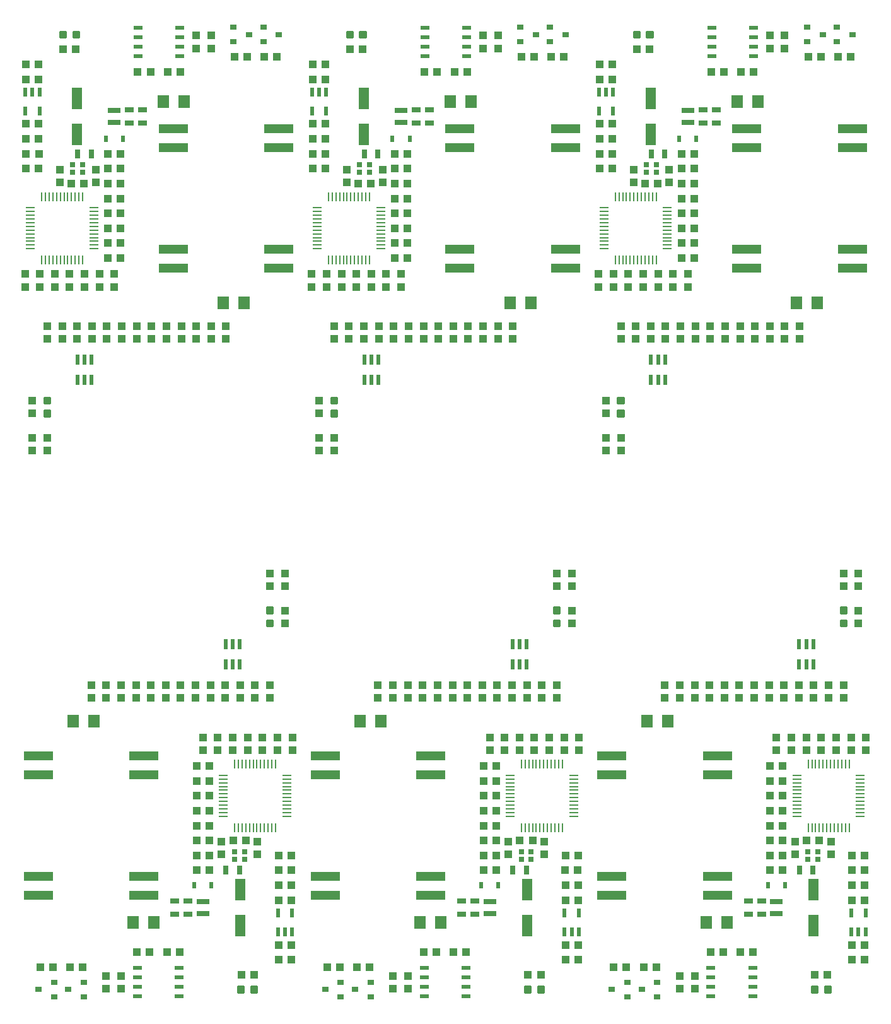
<source format=gtp>
G04 EAGLE Gerber RS-274X export*
G75*
%MOMM*%
%FSLAX34Y34*%
%LPD*%
%INSolderpaste Top*%
%IPPOS*%
%AMOC8*
5,1,8,0,0,1.08239X$1,22.5*%
G01*
%ADD10R,1.100000X1.000000*%
%ADD11R,1.000000X1.100000*%
%ADD12C,0.300000*%
%ADD13R,0.900000X0.800000*%
%ADD14R,1.200000X0.600000*%
%ADD15R,0.254000X1.143000*%
%ADD16R,1.143000X0.254000*%
%ADD17R,0.750000X0.700000*%
%ADD18R,0.550000X1.200000*%
%ADD19R,1.600000X1.800000*%
%ADD20R,0.630000X0.830000*%
%ADD21R,4.000000X1.250000*%
%ADD22R,1.400000X3.000000*%
%ADD23R,1.200000X0.800000*%
%ADD24R,1.800000X0.800000*%
%ADD25R,0.800000X1.200000*%
%ADD26R,0.550000X1.350000*%


D10*
X350992Y100000D03*
X367992Y100000D03*
X350992Y200000D03*
X367992Y200000D03*
D11*
X359492Y551500D03*
X359492Y568500D03*
D12*
X342992Y565270D02*
X335992Y565270D01*
X335992Y572270D01*
X342992Y572270D01*
X342992Y565270D01*
X342992Y568120D02*
X335992Y568120D01*
X335992Y570970D02*
X342992Y570970D01*
X342992Y547730D02*
X335992Y547730D01*
X335992Y554730D01*
X342992Y554730D01*
X342992Y547730D01*
X342992Y550580D02*
X335992Y550580D01*
X335992Y553430D02*
X342992Y553430D01*
D10*
X70992Y90000D03*
X87992Y90000D03*
D13*
X49492Y50500D03*
X49492Y69500D03*
X28492Y60000D03*
D10*
X30992Y90000D03*
X47992Y90000D03*
X350992Y120000D03*
X367992Y120000D03*
D14*
X161492Y89050D03*
X161492Y76350D03*
X161492Y63650D03*
X161492Y50950D03*
X217492Y50950D03*
X217492Y63650D03*
X217492Y76350D03*
X217492Y89050D03*
D10*
X177992Y110000D03*
X160992Y110000D03*
D15*
X346992Y362500D03*
X341992Y362500D03*
X336992Y362500D03*
X331992Y362500D03*
X326992Y362500D03*
X321992Y362500D03*
X316992Y362500D03*
X311992Y362500D03*
X306992Y362500D03*
X301992Y362500D03*
X296992Y362500D03*
X291992Y362500D03*
D16*
X276992Y347500D03*
X276992Y342500D03*
X276992Y337500D03*
X276992Y332500D03*
X276992Y327500D03*
X276992Y322500D03*
X276992Y317500D03*
X276992Y312500D03*
X276992Y307500D03*
X276992Y302500D03*
X276992Y297500D03*
X276992Y292500D03*
D15*
X291992Y277500D03*
X296992Y277500D03*
X301992Y277500D03*
X306992Y277500D03*
X311992Y277500D03*
X316992Y277500D03*
X321992Y277500D03*
X326992Y277500D03*
X331992Y277500D03*
X336992Y277500D03*
X341992Y277500D03*
X346992Y277500D03*
D16*
X361992Y292500D03*
X361992Y297500D03*
X361992Y302500D03*
X361992Y307500D03*
X361992Y312500D03*
X361992Y317500D03*
X361992Y322500D03*
X361992Y327500D03*
X361992Y332500D03*
X361992Y337500D03*
X361992Y342500D03*
X361992Y347500D03*
D17*
X305242Y235000D03*
X291742Y235000D03*
X291742Y245000D03*
X305242Y245000D03*
D11*
X322492Y258500D03*
X322492Y241500D03*
X274492Y258500D03*
X274492Y241500D03*
D10*
X306992Y260000D03*
X289992Y260000D03*
D11*
X339492Y618500D03*
X339492Y601500D03*
X359492Y618500D03*
X359492Y601500D03*
D18*
X349992Y136999D03*
X359492Y136999D03*
X368992Y136999D03*
X368992Y163001D03*
X349992Y163001D03*
D10*
X350992Y180000D03*
X367992Y180000D03*
X257992Y360000D03*
X240992Y360000D03*
D11*
X309492Y381500D03*
X309492Y398500D03*
D10*
X257992Y300000D03*
X240992Y300000D03*
D11*
X269492Y381500D03*
X269492Y398500D03*
X249492Y381500D03*
X249492Y398500D03*
D10*
X257992Y340000D03*
X240992Y340000D03*
X257992Y240000D03*
X240992Y240000D03*
X240992Y220000D03*
X257992Y220000D03*
D11*
X289492Y398500D03*
X289492Y381500D03*
D10*
X257992Y280000D03*
X240992Y280000D03*
D11*
X329492Y381500D03*
X329492Y398500D03*
X349492Y381500D03*
X349492Y398500D03*
X369492Y381500D03*
X369492Y398500D03*
D10*
X257992Y320000D03*
X240992Y320000D03*
D11*
X159492Y451500D03*
X159492Y468500D03*
D19*
X75492Y420000D03*
X103492Y420000D03*
D11*
X319492Y451500D03*
X319492Y468500D03*
X339492Y451500D03*
X339492Y468500D03*
X99492Y451500D03*
X99492Y468500D03*
X119492Y451500D03*
X119492Y468500D03*
X199492Y468500D03*
X199492Y451500D03*
X219492Y468500D03*
X219492Y451500D03*
X179492Y451500D03*
X179492Y468500D03*
X139492Y451500D03*
X139492Y468500D03*
X299492Y468500D03*
X299492Y451500D03*
X279492Y468500D03*
X279492Y451500D03*
X259492Y468500D03*
X259492Y451500D03*
X239492Y468500D03*
X239492Y451500D03*
D20*
X237992Y200000D03*
X260992Y200000D03*
D10*
X350892Y220500D03*
X367892Y220500D03*
D21*
X170492Y212100D03*
X170492Y186700D03*
X170492Y347900D03*
X170492Y373300D03*
X28492Y373300D03*
X28492Y347900D03*
X28492Y212100D03*
X28492Y186700D03*
D22*
X299492Y194000D03*
X299492Y146000D03*
D23*
X211492Y179000D03*
X211492Y161000D03*
X229492Y179000D03*
X229492Y161000D03*
D24*
X249492Y178000D03*
X249492Y162000D03*
D25*
X280492Y220000D03*
X298492Y220000D03*
D10*
X200992Y110000D03*
X217992Y110000D03*
D13*
X89492Y50500D03*
X89492Y69500D03*
X68492Y60000D03*
D19*
X155492Y150000D03*
X183492Y150000D03*
D11*
X119492Y61500D03*
X119492Y78500D03*
X139492Y61500D03*
X139492Y78500D03*
D10*
X367992Y240000D03*
X350992Y240000D03*
X240992Y260000D03*
X257992Y260000D03*
X300992Y80000D03*
X317992Y80000D03*
D12*
X314762Y63500D02*
X314762Y56500D01*
X314762Y63500D02*
X321762Y63500D01*
X321762Y56500D01*
X314762Y56500D01*
X314762Y59350D02*
X321762Y59350D01*
X321762Y62200D02*
X314762Y62200D01*
X297222Y63500D02*
X297222Y56500D01*
X297222Y63500D02*
X304222Y63500D01*
X304222Y56500D01*
X297222Y56500D01*
X297222Y59350D02*
X304222Y59350D01*
X304222Y62200D02*
X297222Y62200D01*
D26*
X298992Y523751D03*
X289492Y523751D03*
X279992Y523751D03*
X279992Y496249D03*
X289492Y496249D03*
X298992Y496249D03*
D10*
X736081Y100000D03*
X753081Y100000D03*
X736081Y200000D03*
X753081Y200000D03*
D11*
X744581Y551500D03*
X744581Y568500D03*
D12*
X728081Y565270D02*
X721081Y565270D01*
X721081Y572270D01*
X728081Y572270D01*
X728081Y565270D01*
X728081Y568120D02*
X721081Y568120D01*
X721081Y570970D02*
X728081Y570970D01*
X728081Y547730D02*
X721081Y547730D01*
X721081Y554730D01*
X728081Y554730D01*
X728081Y547730D01*
X728081Y550580D02*
X721081Y550580D01*
X721081Y553430D02*
X728081Y553430D01*
D10*
X456081Y90000D03*
X473081Y90000D03*
D13*
X434581Y50500D03*
X434581Y69500D03*
X413581Y60000D03*
D10*
X416081Y90000D03*
X433081Y90000D03*
X736081Y120000D03*
X753081Y120000D03*
D14*
X546581Y89050D03*
X546581Y76350D03*
X546581Y63650D03*
X546581Y50950D03*
X602581Y50950D03*
X602581Y63650D03*
X602581Y76350D03*
X602581Y89050D03*
D10*
X563081Y110000D03*
X546081Y110000D03*
D15*
X732081Y362500D03*
X727081Y362500D03*
X722081Y362500D03*
X717081Y362500D03*
X712081Y362500D03*
X707081Y362500D03*
X702081Y362500D03*
X697081Y362500D03*
X692081Y362500D03*
X687081Y362500D03*
X682081Y362500D03*
X677081Y362500D03*
D16*
X662081Y347500D03*
X662081Y342500D03*
X662081Y337500D03*
X662081Y332500D03*
X662081Y327500D03*
X662081Y322500D03*
X662081Y317500D03*
X662081Y312500D03*
X662081Y307500D03*
X662081Y302500D03*
X662081Y297500D03*
X662081Y292500D03*
D15*
X677081Y277500D03*
X682081Y277500D03*
X687081Y277500D03*
X692081Y277500D03*
X697081Y277500D03*
X702081Y277500D03*
X707081Y277500D03*
X712081Y277500D03*
X717081Y277500D03*
X722081Y277500D03*
X727081Y277500D03*
X732081Y277500D03*
D16*
X747081Y292500D03*
X747081Y297500D03*
X747081Y302500D03*
X747081Y307500D03*
X747081Y312500D03*
X747081Y317500D03*
X747081Y322500D03*
X747081Y327500D03*
X747081Y332500D03*
X747081Y337500D03*
X747081Y342500D03*
X747081Y347500D03*
D17*
X690331Y235000D03*
X676831Y235000D03*
X676831Y245000D03*
X690331Y245000D03*
D11*
X707581Y258500D03*
X707581Y241500D03*
X659581Y258500D03*
X659581Y241500D03*
D10*
X692081Y260000D03*
X675081Y260000D03*
D11*
X724581Y618500D03*
X724581Y601500D03*
X744581Y618500D03*
X744581Y601500D03*
D18*
X735081Y136999D03*
X744581Y136999D03*
X754081Y136999D03*
X754081Y163001D03*
X735081Y163001D03*
D10*
X736081Y180000D03*
X753081Y180000D03*
X643081Y360000D03*
X626081Y360000D03*
D11*
X694581Y381500D03*
X694581Y398500D03*
D10*
X643081Y300000D03*
X626081Y300000D03*
D11*
X654581Y381500D03*
X654581Y398500D03*
X634581Y381500D03*
X634581Y398500D03*
D10*
X643081Y340000D03*
X626081Y340000D03*
X643081Y240000D03*
X626081Y240000D03*
X626081Y220000D03*
X643081Y220000D03*
D11*
X674581Y398500D03*
X674581Y381500D03*
D10*
X643081Y280000D03*
X626081Y280000D03*
D11*
X714581Y381500D03*
X714581Y398500D03*
X734581Y381500D03*
X734581Y398500D03*
X754581Y381500D03*
X754581Y398500D03*
D10*
X643081Y320000D03*
X626081Y320000D03*
D11*
X544581Y451500D03*
X544581Y468500D03*
D19*
X460581Y420000D03*
X488581Y420000D03*
D11*
X704581Y451500D03*
X704581Y468500D03*
X724581Y451500D03*
X724581Y468500D03*
X484581Y451500D03*
X484581Y468500D03*
X504581Y451500D03*
X504581Y468500D03*
X584581Y468500D03*
X584581Y451500D03*
X604581Y468500D03*
X604581Y451500D03*
X564581Y451500D03*
X564581Y468500D03*
X524581Y451500D03*
X524581Y468500D03*
X684581Y468500D03*
X684581Y451500D03*
X664581Y468500D03*
X664581Y451500D03*
X644581Y468500D03*
X644581Y451500D03*
X624581Y468500D03*
X624581Y451500D03*
D20*
X623081Y200000D03*
X646081Y200000D03*
D10*
X735981Y220500D03*
X752981Y220500D03*
D21*
X555581Y212100D03*
X555581Y186700D03*
X555581Y347900D03*
X555581Y373300D03*
X413581Y373300D03*
X413581Y347900D03*
X413581Y212100D03*
X413581Y186700D03*
D22*
X684581Y194000D03*
X684581Y146000D03*
D23*
X596581Y179000D03*
X596581Y161000D03*
X614581Y179000D03*
X614581Y161000D03*
D24*
X634581Y178000D03*
X634581Y162000D03*
D25*
X665581Y220000D03*
X683581Y220000D03*
D10*
X586081Y110000D03*
X603081Y110000D03*
D13*
X474581Y50500D03*
X474581Y69500D03*
X453581Y60000D03*
D19*
X540581Y150000D03*
X568581Y150000D03*
D11*
X504581Y61500D03*
X504581Y78500D03*
X524581Y61500D03*
X524581Y78500D03*
D10*
X753081Y240000D03*
X736081Y240000D03*
X626081Y260000D03*
X643081Y260000D03*
X686081Y80000D03*
X703081Y80000D03*
D12*
X699851Y63500D02*
X699851Y56500D01*
X699851Y63500D02*
X706851Y63500D01*
X706851Y56500D01*
X699851Y56500D01*
X699851Y59350D02*
X706851Y59350D01*
X706851Y62200D02*
X699851Y62200D01*
X682311Y63500D02*
X682311Y56500D01*
X682311Y63500D02*
X689311Y63500D01*
X689311Y56500D01*
X682311Y56500D01*
X682311Y59350D02*
X689311Y59350D01*
X689311Y62200D02*
X682311Y62200D01*
D26*
X684081Y523751D03*
X674581Y523751D03*
X665081Y523751D03*
X665081Y496249D03*
X674581Y496249D03*
X684081Y496249D03*
D10*
X1121145Y100000D03*
X1138145Y100000D03*
X1121145Y200000D03*
X1138145Y200000D03*
D11*
X1129645Y551500D03*
X1129645Y568500D03*
D12*
X1113145Y565270D02*
X1106145Y565270D01*
X1106145Y572270D01*
X1113145Y572270D01*
X1113145Y565270D01*
X1113145Y568120D02*
X1106145Y568120D01*
X1106145Y570970D02*
X1113145Y570970D01*
X1113145Y547730D02*
X1106145Y547730D01*
X1106145Y554730D01*
X1113145Y554730D01*
X1113145Y547730D01*
X1113145Y550580D02*
X1106145Y550580D01*
X1106145Y553430D02*
X1113145Y553430D01*
D10*
X841145Y90000D03*
X858145Y90000D03*
D13*
X819645Y50500D03*
X819645Y69500D03*
X798645Y60000D03*
D10*
X801145Y90000D03*
X818145Y90000D03*
X1121145Y120000D03*
X1138145Y120000D03*
D14*
X931645Y89050D03*
X931645Y76350D03*
X931645Y63650D03*
X931645Y50950D03*
X987645Y50950D03*
X987645Y63650D03*
X987645Y76350D03*
X987645Y89050D03*
D10*
X948145Y110000D03*
X931145Y110000D03*
D15*
X1117145Y362500D03*
X1112145Y362500D03*
X1107145Y362500D03*
X1102145Y362500D03*
X1097145Y362500D03*
X1092145Y362500D03*
X1087145Y362500D03*
X1082145Y362500D03*
X1077145Y362500D03*
X1072145Y362500D03*
X1067145Y362500D03*
X1062145Y362500D03*
D16*
X1047145Y347500D03*
X1047145Y342500D03*
X1047145Y337500D03*
X1047145Y332500D03*
X1047145Y327500D03*
X1047145Y322500D03*
X1047145Y317500D03*
X1047145Y312500D03*
X1047145Y307500D03*
X1047145Y302500D03*
X1047145Y297500D03*
X1047145Y292500D03*
D15*
X1062145Y277500D03*
X1067145Y277500D03*
X1072145Y277500D03*
X1077145Y277500D03*
X1082145Y277500D03*
X1087145Y277500D03*
X1092145Y277500D03*
X1097145Y277500D03*
X1102145Y277500D03*
X1107145Y277500D03*
X1112145Y277500D03*
X1117145Y277500D03*
D16*
X1132145Y292500D03*
X1132145Y297500D03*
X1132145Y302500D03*
X1132145Y307500D03*
X1132145Y312500D03*
X1132145Y317500D03*
X1132145Y322500D03*
X1132145Y327500D03*
X1132145Y332500D03*
X1132145Y337500D03*
X1132145Y342500D03*
X1132145Y347500D03*
D17*
X1075395Y235000D03*
X1061895Y235000D03*
X1061895Y245000D03*
X1075395Y245000D03*
D11*
X1092645Y258500D03*
X1092645Y241500D03*
X1044645Y258500D03*
X1044645Y241500D03*
D10*
X1077145Y260000D03*
X1060145Y260000D03*
D11*
X1109645Y618500D03*
X1109645Y601500D03*
X1129645Y618500D03*
X1129645Y601500D03*
D18*
X1120145Y136999D03*
X1129645Y136999D03*
X1139145Y136999D03*
X1139145Y163001D03*
X1120145Y163001D03*
D10*
X1121145Y180000D03*
X1138145Y180000D03*
X1028145Y360000D03*
X1011145Y360000D03*
D11*
X1079645Y381500D03*
X1079645Y398500D03*
D10*
X1028145Y300000D03*
X1011145Y300000D03*
D11*
X1039645Y381500D03*
X1039645Y398500D03*
X1019645Y381500D03*
X1019645Y398500D03*
D10*
X1028145Y340000D03*
X1011145Y340000D03*
X1028145Y240000D03*
X1011145Y240000D03*
X1011145Y220000D03*
X1028145Y220000D03*
D11*
X1059645Y398500D03*
X1059645Y381500D03*
D10*
X1028145Y280000D03*
X1011145Y280000D03*
D11*
X1099645Y381500D03*
X1099645Y398500D03*
X1119645Y381500D03*
X1119645Y398500D03*
X1139645Y381500D03*
X1139645Y398500D03*
D10*
X1028145Y320000D03*
X1011145Y320000D03*
D11*
X929645Y451500D03*
X929645Y468500D03*
D19*
X845645Y420000D03*
X873645Y420000D03*
D11*
X1089645Y451500D03*
X1089645Y468500D03*
X1109645Y451500D03*
X1109645Y468500D03*
X869645Y451500D03*
X869645Y468500D03*
X889645Y451500D03*
X889645Y468500D03*
X969645Y468500D03*
X969645Y451500D03*
X989645Y468500D03*
X989645Y451500D03*
X949645Y451500D03*
X949645Y468500D03*
X909645Y451500D03*
X909645Y468500D03*
X1069645Y468500D03*
X1069645Y451500D03*
X1049645Y468500D03*
X1049645Y451500D03*
X1029645Y468500D03*
X1029645Y451500D03*
X1009645Y468500D03*
X1009645Y451500D03*
D20*
X1008145Y200000D03*
X1031145Y200000D03*
D10*
X1121045Y220500D03*
X1138045Y220500D03*
D21*
X940645Y212100D03*
X940645Y186700D03*
X940645Y347900D03*
X940645Y373300D03*
X798645Y373300D03*
X798645Y347900D03*
X798645Y212100D03*
X798645Y186700D03*
D22*
X1069645Y194000D03*
X1069645Y146000D03*
D23*
X981645Y179000D03*
X981645Y161000D03*
X999645Y179000D03*
X999645Y161000D03*
D24*
X1019645Y178000D03*
X1019645Y162000D03*
D25*
X1050645Y220000D03*
X1068645Y220000D03*
D10*
X971145Y110000D03*
X988145Y110000D03*
D13*
X859645Y50500D03*
X859645Y69500D03*
X838645Y60000D03*
D19*
X925645Y150000D03*
X953645Y150000D03*
D11*
X889645Y61500D03*
X889645Y78500D03*
X909645Y61500D03*
X909645Y78500D03*
D10*
X1138145Y240000D03*
X1121145Y240000D03*
X1011145Y260000D03*
X1028145Y260000D03*
X1071145Y80000D03*
X1088145Y80000D03*
D12*
X1084915Y63500D02*
X1084915Y56500D01*
X1084915Y63500D02*
X1091915Y63500D01*
X1091915Y56500D01*
X1084915Y56500D01*
X1084915Y59350D02*
X1091915Y59350D01*
X1091915Y62200D02*
X1084915Y62200D01*
X1067375Y63500D02*
X1067375Y56500D01*
X1067375Y63500D02*
X1074375Y63500D01*
X1074375Y56500D01*
X1067375Y56500D01*
X1067375Y59350D02*
X1074375Y59350D01*
X1074375Y62200D02*
X1067375Y62200D01*
D26*
X1069145Y523751D03*
X1059645Y523751D03*
X1050145Y523751D03*
X1050145Y496249D03*
X1059645Y496249D03*
X1069145Y496249D03*
D10*
X29017Y1301597D03*
X12017Y1301597D03*
X29017Y1201597D03*
X12017Y1201597D03*
D11*
X20517Y850097D03*
X20517Y833097D03*
D12*
X37017Y836327D02*
X44017Y836327D01*
X44017Y829327D01*
X37017Y829327D01*
X37017Y836327D01*
X37017Y832177D02*
X44017Y832177D01*
X44017Y835027D02*
X37017Y835027D01*
X37017Y853867D02*
X44017Y853867D01*
X44017Y846867D01*
X37017Y846867D01*
X37017Y853867D01*
X37017Y849717D02*
X44017Y849717D01*
X44017Y852567D02*
X37017Y852567D01*
D10*
X309017Y1311597D03*
X292017Y1311597D03*
D13*
X330517Y1351097D03*
X330517Y1332097D03*
X351517Y1341597D03*
D10*
X349017Y1311597D03*
X332017Y1311597D03*
X29017Y1281597D03*
X12017Y1281597D03*
D14*
X218517Y1312547D03*
X218517Y1325247D03*
X218517Y1337947D03*
X218517Y1350647D03*
X162517Y1350647D03*
X162517Y1337947D03*
X162517Y1325247D03*
X162517Y1312547D03*
D10*
X202017Y1291597D03*
X219017Y1291597D03*
D15*
X33017Y1039097D03*
X38017Y1039097D03*
X43017Y1039097D03*
X48017Y1039097D03*
X53017Y1039097D03*
X58017Y1039097D03*
X63017Y1039097D03*
X68017Y1039097D03*
X73017Y1039097D03*
X78017Y1039097D03*
X83017Y1039097D03*
X88017Y1039097D03*
D16*
X103017Y1054097D03*
X103017Y1059097D03*
X103017Y1064097D03*
X103017Y1069097D03*
X103017Y1074097D03*
X103017Y1079097D03*
X103017Y1084097D03*
X103017Y1089097D03*
X103017Y1094097D03*
X103017Y1099097D03*
X103017Y1104097D03*
X103017Y1109097D03*
D15*
X88017Y1124097D03*
X83017Y1124097D03*
X78017Y1124097D03*
X73017Y1124097D03*
X68017Y1124097D03*
X63017Y1124097D03*
X58017Y1124097D03*
X53017Y1124097D03*
X48017Y1124097D03*
X43017Y1124097D03*
X38017Y1124097D03*
X33017Y1124097D03*
D16*
X18017Y1109097D03*
X18017Y1104097D03*
X18017Y1099097D03*
X18017Y1094097D03*
X18017Y1089097D03*
X18017Y1084097D03*
X18017Y1079097D03*
X18017Y1074097D03*
X18017Y1069097D03*
X18017Y1064097D03*
X18017Y1059097D03*
X18017Y1054097D03*
D17*
X74767Y1166597D03*
X88267Y1166597D03*
X88267Y1156597D03*
X74767Y1156597D03*
D11*
X57517Y1143097D03*
X57517Y1160097D03*
X105517Y1143097D03*
X105517Y1160097D03*
D10*
X73017Y1141597D03*
X90017Y1141597D03*
D11*
X40517Y783097D03*
X40517Y800097D03*
X20517Y783097D03*
X20517Y800097D03*
D18*
X30017Y1264598D03*
X20517Y1264598D03*
X11017Y1264598D03*
X11017Y1238596D03*
X30017Y1238596D03*
D10*
X29017Y1221597D03*
X12017Y1221597D03*
X122017Y1041597D03*
X139017Y1041597D03*
D11*
X70517Y1020097D03*
X70517Y1003097D03*
D10*
X122017Y1101597D03*
X139017Y1101597D03*
D11*
X110517Y1020097D03*
X110517Y1003097D03*
X130517Y1020097D03*
X130517Y1003097D03*
D10*
X122017Y1061597D03*
X139017Y1061597D03*
X122017Y1161597D03*
X139017Y1161597D03*
X139017Y1181597D03*
X122017Y1181597D03*
D11*
X90517Y1003097D03*
X90517Y1020097D03*
D10*
X122017Y1121597D03*
X139017Y1121597D03*
D11*
X50517Y1020097D03*
X50517Y1003097D03*
X30517Y1020097D03*
X30517Y1003097D03*
X10517Y1020097D03*
X10517Y1003097D03*
D10*
X122017Y1081597D03*
X139017Y1081597D03*
D11*
X220517Y950097D03*
X220517Y933097D03*
D19*
X304517Y981597D03*
X276517Y981597D03*
D11*
X60517Y950097D03*
X60517Y933097D03*
X40517Y950097D03*
X40517Y933097D03*
X280517Y950097D03*
X280517Y933097D03*
X260517Y950097D03*
X260517Y933097D03*
X180517Y933097D03*
X180517Y950097D03*
X160517Y933097D03*
X160517Y950097D03*
X200517Y950097D03*
X200517Y933097D03*
X240517Y950097D03*
X240517Y933097D03*
X80517Y933097D03*
X80517Y950097D03*
X100517Y933097D03*
X100517Y950097D03*
X120517Y933097D03*
X120517Y950097D03*
X140517Y933097D03*
X140517Y950097D03*
D20*
X142017Y1201597D03*
X119017Y1201597D03*
D10*
X29117Y1181097D03*
X12117Y1181097D03*
D21*
X209517Y1189497D03*
X209517Y1214897D03*
X209517Y1053697D03*
X209517Y1028297D03*
X351517Y1028297D03*
X351517Y1053697D03*
X351517Y1189497D03*
X351517Y1214897D03*
D22*
X80517Y1207597D03*
X80517Y1255597D03*
D23*
X168517Y1222597D03*
X168517Y1240597D03*
X150517Y1222597D03*
X150517Y1240597D03*
D24*
X130517Y1223597D03*
X130517Y1239597D03*
D25*
X99517Y1181597D03*
X81517Y1181597D03*
D10*
X179017Y1291597D03*
X162017Y1291597D03*
D13*
X290517Y1351097D03*
X290517Y1332097D03*
X311517Y1341597D03*
D19*
X224517Y1251597D03*
X196517Y1251597D03*
D11*
X260517Y1340097D03*
X260517Y1323097D03*
X240517Y1340097D03*
X240517Y1323097D03*
D10*
X12017Y1161597D03*
X29017Y1161597D03*
X139017Y1141597D03*
X122017Y1141597D03*
X79017Y1321597D03*
X62017Y1321597D03*
D12*
X65247Y1338097D02*
X65247Y1345097D01*
X65247Y1338097D02*
X58247Y1338097D01*
X58247Y1345097D01*
X65247Y1345097D01*
X65247Y1340947D02*
X58247Y1340947D01*
X58247Y1343797D02*
X65247Y1343797D01*
X82787Y1345097D02*
X82787Y1338097D01*
X75787Y1338097D01*
X75787Y1345097D01*
X82787Y1345097D01*
X82787Y1340947D02*
X75787Y1340947D01*
X75787Y1343797D02*
X82787Y1343797D01*
D26*
X81017Y877846D03*
X90517Y877846D03*
X100017Y877846D03*
X100017Y905348D03*
X90517Y905348D03*
X81017Y905348D03*
D10*
X414081Y1301597D03*
X397081Y1301597D03*
X414081Y1201597D03*
X397081Y1201597D03*
D11*
X405581Y850097D03*
X405581Y833097D03*
D12*
X422081Y836327D02*
X429081Y836327D01*
X429081Y829327D01*
X422081Y829327D01*
X422081Y836327D01*
X422081Y832177D02*
X429081Y832177D01*
X429081Y835027D02*
X422081Y835027D01*
X422081Y853867D02*
X429081Y853867D01*
X429081Y846867D01*
X422081Y846867D01*
X422081Y853867D01*
X422081Y849717D02*
X429081Y849717D01*
X429081Y852567D02*
X422081Y852567D01*
D10*
X694081Y1311597D03*
X677081Y1311597D03*
D13*
X715581Y1351097D03*
X715581Y1332097D03*
X736581Y1341597D03*
D10*
X734081Y1311597D03*
X717081Y1311597D03*
X414081Y1281597D03*
X397081Y1281597D03*
D14*
X603581Y1312547D03*
X603581Y1325247D03*
X603581Y1337947D03*
X603581Y1350647D03*
X547581Y1350647D03*
X547581Y1337947D03*
X547581Y1325247D03*
X547581Y1312547D03*
D10*
X587081Y1291597D03*
X604081Y1291597D03*
D15*
X418081Y1039097D03*
X423081Y1039097D03*
X428081Y1039097D03*
X433081Y1039097D03*
X438081Y1039097D03*
X443081Y1039097D03*
X448081Y1039097D03*
X453081Y1039097D03*
X458081Y1039097D03*
X463081Y1039097D03*
X468081Y1039097D03*
X473081Y1039097D03*
D16*
X488081Y1054097D03*
X488081Y1059097D03*
X488081Y1064097D03*
X488081Y1069097D03*
X488081Y1074097D03*
X488081Y1079097D03*
X488081Y1084097D03*
X488081Y1089097D03*
X488081Y1094097D03*
X488081Y1099097D03*
X488081Y1104097D03*
X488081Y1109097D03*
D15*
X473081Y1124097D03*
X468081Y1124097D03*
X463081Y1124097D03*
X458081Y1124097D03*
X453081Y1124097D03*
X448081Y1124097D03*
X443081Y1124097D03*
X438081Y1124097D03*
X433081Y1124097D03*
X428081Y1124097D03*
X423081Y1124097D03*
X418081Y1124097D03*
D16*
X403081Y1109097D03*
X403081Y1104097D03*
X403081Y1099097D03*
X403081Y1094097D03*
X403081Y1089097D03*
X403081Y1084097D03*
X403081Y1079097D03*
X403081Y1074097D03*
X403081Y1069097D03*
X403081Y1064097D03*
X403081Y1059097D03*
X403081Y1054097D03*
D17*
X459831Y1166597D03*
X473331Y1166597D03*
X473331Y1156597D03*
X459831Y1156597D03*
D11*
X442581Y1143097D03*
X442581Y1160097D03*
X490581Y1143097D03*
X490581Y1160097D03*
D10*
X458081Y1141597D03*
X475081Y1141597D03*
D11*
X425581Y783097D03*
X425581Y800097D03*
X405581Y783097D03*
X405581Y800097D03*
D18*
X415081Y1264598D03*
X405581Y1264598D03*
X396081Y1264598D03*
X396081Y1238596D03*
X415081Y1238596D03*
D10*
X414081Y1221597D03*
X397081Y1221597D03*
X507081Y1041597D03*
X524081Y1041597D03*
D11*
X455581Y1020097D03*
X455581Y1003097D03*
D10*
X507081Y1101597D03*
X524081Y1101597D03*
D11*
X495581Y1020097D03*
X495581Y1003097D03*
X515581Y1020097D03*
X515581Y1003097D03*
D10*
X507081Y1061597D03*
X524081Y1061597D03*
X507081Y1161597D03*
X524081Y1161597D03*
X524081Y1181597D03*
X507081Y1181597D03*
D11*
X475581Y1003097D03*
X475581Y1020097D03*
D10*
X507081Y1121597D03*
X524081Y1121597D03*
D11*
X435581Y1020097D03*
X435581Y1003097D03*
X415581Y1020097D03*
X415581Y1003097D03*
X395581Y1020097D03*
X395581Y1003097D03*
D10*
X507081Y1081597D03*
X524081Y1081597D03*
D11*
X605581Y950097D03*
X605581Y933097D03*
D19*
X689581Y981597D03*
X661581Y981597D03*
D11*
X445581Y950097D03*
X445581Y933097D03*
X425581Y950097D03*
X425581Y933097D03*
X665581Y950097D03*
X665581Y933097D03*
X645581Y950097D03*
X645581Y933097D03*
X565581Y933097D03*
X565581Y950097D03*
X545581Y933097D03*
X545581Y950097D03*
X585581Y950097D03*
X585581Y933097D03*
X625581Y950097D03*
X625581Y933097D03*
X465581Y933097D03*
X465581Y950097D03*
X485581Y933097D03*
X485581Y950097D03*
X505581Y933097D03*
X505581Y950097D03*
X525581Y933097D03*
X525581Y950097D03*
D20*
X527081Y1201597D03*
X504081Y1201597D03*
D10*
X414181Y1181097D03*
X397181Y1181097D03*
D21*
X594581Y1189497D03*
X594581Y1214897D03*
X594581Y1053697D03*
X594581Y1028297D03*
X736581Y1028297D03*
X736581Y1053697D03*
X736581Y1189497D03*
X736581Y1214897D03*
D22*
X465581Y1207597D03*
X465581Y1255597D03*
D23*
X553581Y1222597D03*
X553581Y1240597D03*
X535581Y1222597D03*
X535581Y1240597D03*
D24*
X515581Y1223597D03*
X515581Y1239597D03*
D25*
X484581Y1181597D03*
X466581Y1181597D03*
D10*
X564081Y1291597D03*
X547081Y1291597D03*
D13*
X675581Y1351097D03*
X675581Y1332097D03*
X696581Y1341597D03*
D19*
X609581Y1251597D03*
X581581Y1251597D03*
D11*
X645581Y1340097D03*
X645581Y1323097D03*
X625581Y1340097D03*
X625581Y1323097D03*
D10*
X397081Y1161597D03*
X414081Y1161597D03*
X524081Y1141597D03*
X507081Y1141597D03*
X464081Y1321597D03*
X447081Y1321597D03*
D12*
X450311Y1338097D02*
X450311Y1345097D01*
X450311Y1338097D02*
X443311Y1338097D01*
X443311Y1345097D01*
X450311Y1345097D01*
X450311Y1340947D02*
X443311Y1340947D01*
X443311Y1343797D02*
X450311Y1343797D01*
X467851Y1345097D02*
X467851Y1338097D01*
X460851Y1338097D01*
X460851Y1345097D01*
X467851Y1345097D01*
X467851Y1340947D02*
X460851Y1340947D01*
X460851Y1343797D02*
X467851Y1343797D01*
D26*
X466081Y877846D03*
X475581Y877846D03*
X485081Y877846D03*
X485081Y905348D03*
X475581Y905348D03*
X466081Y905348D03*
D10*
X799171Y1301597D03*
X782171Y1301597D03*
X799171Y1201597D03*
X782171Y1201597D03*
D11*
X790671Y850097D03*
X790671Y833097D03*
D12*
X807171Y836327D02*
X814171Y836327D01*
X814171Y829327D01*
X807171Y829327D01*
X807171Y836327D01*
X807171Y832177D02*
X814171Y832177D01*
X814171Y835027D02*
X807171Y835027D01*
X807171Y853867D02*
X814171Y853867D01*
X814171Y846867D01*
X807171Y846867D01*
X807171Y853867D01*
X807171Y849717D02*
X814171Y849717D01*
X814171Y852567D02*
X807171Y852567D01*
D10*
X1079171Y1311597D03*
X1062171Y1311597D03*
D13*
X1100671Y1351097D03*
X1100671Y1332097D03*
X1121671Y1341597D03*
D10*
X1119171Y1311597D03*
X1102171Y1311597D03*
X799171Y1281597D03*
X782171Y1281597D03*
D14*
X988671Y1312547D03*
X988671Y1325247D03*
X988671Y1337947D03*
X988671Y1350647D03*
X932671Y1350647D03*
X932671Y1337947D03*
X932671Y1325247D03*
X932671Y1312547D03*
D10*
X972171Y1291597D03*
X989171Y1291597D03*
D15*
X803171Y1039097D03*
X808171Y1039097D03*
X813171Y1039097D03*
X818171Y1039097D03*
X823171Y1039097D03*
X828171Y1039097D03*
X833171Y1039097D03*
X838171Y1039097D03*
X843171Y1039097D03*
X848171Y1039097D03*
X853171Y1039097D03*
X858171Y1039097D03*
D16*
X873171Y1054097D03*
X873171Y1059097D03*
X873171Y1064097D03*
X873171Y1069097D03*
X873171Y1074097D03*
X873171Y1079097D03*
X873171Y1084097D03*
X873171Y1089097D03*
X873171Y1094097D03*
X873171Y1099097D03*
X873171Y1104097D03*
X873171Y1109097D03*
D15*
X858171Y1124097D03*
X853171Y1124097D03*
X848171Y1124097D03*
X843171Y1124097D03*
X838171Y1124097D03*
X833171Y1124097D03*
X828171Y1124097D03*
X823171Y1124097D03*
X818171Y1124097D03*
X813171Y1124097D03*
X808171Y1124097D03*
X803171Y1124097D03*
D16*
X788171Y1109097D03*
X788171Y1104097D03*
X788171Y1099097D03*
X788171Y1094097D03*
X788171Y1089097D03*
X788171Y1084097D03*
X788171Y1079097D03*
X788171Y1074097D03*
X788171Y1069097D03*
X788171Y1064097D03*
X788171Y1059097D03*
X788171Y1054097D03*
D17*
X844921Y1166597D03*
X858421Y1166597D03*
X858421Y1156597D03*
X844921Y1156597D03*
D11*
X827671Y1143097D03*
X827671Y1160097D03*
X875671Y1143097D03*
X875671Y1160097D03*
D10*
X843171Y1141597D03*
X860171Y1141597D03*
D11*
X810671Y783097D03*
X810671Y800097D03*
X790671Y783097D03*
X790671Y800097D03*
D18*
X800171Y1264598D03*
X790671Y1264598D03*
X781171Y1264598D03*
X781171Y1238596D03*
X800171Y1238596D03*
D10*
X799171Y1221597D03*
X782171Y1221597D03*
X892171Y1041597D03*
X909171Y1041597D03*
D11*
X840671Y1020097D03*
X840671Y1003097D03*
D10*
X892171Y1101597D03*
X909171Y1101597D03*
D11*
X880671Y1020097D03*
X880671Y1003097D03*
X900671Y1020097D03*
X900671Y1003097D03*
D10*
X892171Y1061597D03*
X909171Y1061597D03*
X892171Y1161597D03*
X909171Y1161597D03*
X909171Y1181597D03*
X892171Y1181597D03*
D11*
X860671Y1003097D03*
X860671Y1020097D03*
D10*
X892171Y1121597D03*
X909171Y1121597D03*
D11*
X820671Y1020097D03*
X820671Y1003097D03*
X800671Y1020097D03*
X800671Y1003097D03*
X780671Y1020097D03*
X780671Y1003097D03*
D10*
X892171Y1081597D03*
X909171Y1081597D03*
D11*
X990671Y950097D03*
X990671Y933097D03*
D19*
X1074671Y981597D03*
X1046671Y981597D03*
D11*
X830671Y950097D03*
X830671Y933097D03*
X810671Y950097D03*
X810671Y933097D03*
X1050671Y950097D03*
X1050671Y933097D03*
X1030671Y950097D03*
X1030671Y933097D03*
X950671Y933097D03*
X950671Y950097D03*
X930671Y933097D03*
X930671Y950097D03*
X970671Y950097D03*
X970671Y933097D03*
X1010671Y950097D03*
X1010671Y933097D03*
X850671Y933097D03*
X850671Y950097D03*
X870671Y933097D03*
X870671Y950097D03*
X890671Y933097D03*
X890671Y950097D03*
X910671Y933097D03*
X910671Y950097D03*
D20*
X912171Y1201597D03*
X889171Y1201597D03*
D10*
X799271Y1181097D03*
X782271Y1181097D03*
D21*
X979671Y1189497D03*
X979671Y1214897D03*
X979671Y1053697D03*
X979671Y1028297D03*
X1121671Y1028297D03*
X1121671Y1053697D03*
X1121671Y1189497D03*
X1121671Y1214897D03*
D22*
X850671Y1207597D03*
X850671Y1255597D03*
D23*
X938671Y1222597D03*
X938671Y1240597D03*
X920671Y1222597D03*
X920671Y1240597D03*
D24*
X900671Y1223597D03*
X900671Y1239597D03*
D25*
X869671Y1181597D03*
X851671Y1181597D03*
D10*
X949171Y1291597D03*
X932171Y1291597D03*
D13*
X1060671Y1351097D03*
X1060671Y1332097D03*
X1081671Y1341597D03*
D19*
X994671Y1251597D03*
X966671Y1251597D03*
D11*
X1030671Y1340097D03*
X1030671Y1323097D03*
X1010671Y1340097D03*
X1010671Y1323097D03*
D10*
X782171Y1161597D03*
X799171Y1161597D03*
X909171Y1141597D03*
X892171Y1141597D03*
X849171Y1321597D03*
X832171Y1321597D03*
D12*
X835401Y1338097D02*
X835401Y1345097D01*
X835401Y1338097D02*
X828401Y1338097D01*
X828401Y1345097D01*
X835401Y1345097D01*
X835401Y1340947D02*
X828401Y1340947D01*
X828401Y1343797D02*
X835401Y1343797D01*
X852941Y1345097D02*
X852941Y1338097D01*
X845941Y1338097D01*
X845941Y1345097D01*
X852941Y1345097D01*
X852941Y1340947D02*
X845941Y1340947D01*
X845941Y1343797D02*
X852941Y1343797D01*
D26*
X851171Y877846D03*
X860671Y877846D03*
X870171Y877846D03*
X870171Y905348D03*
X860671Y905348D03*
X851171Y905348D03*
M02*

</source>
